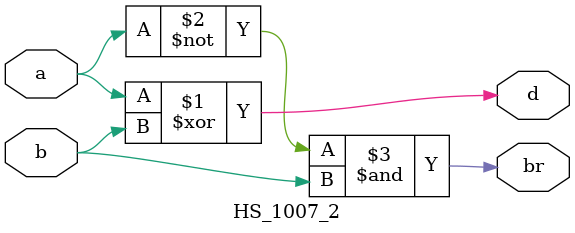
<source format=v>
`timescale 1ns / 1ps
module HS_1007_2(
    input a,
    input b,
    output d,
    output br
    );
	 xor(d,a,b);
	 and(br,~a,b);

	 


endmodule

</source>
